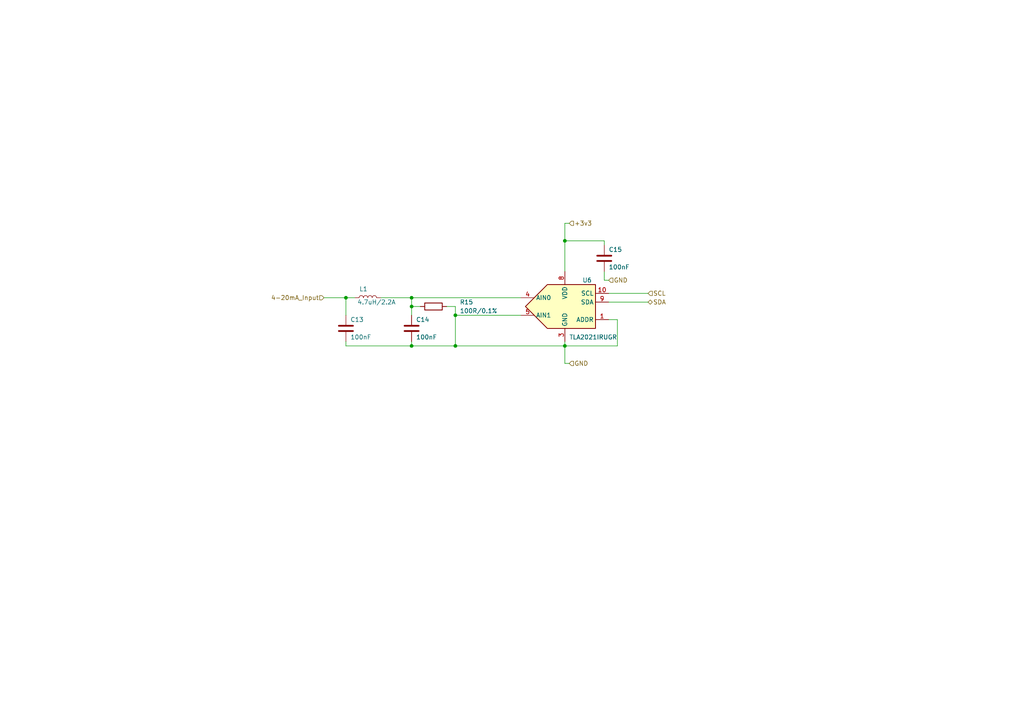
<source format=kicad_sch>
(kicad_sch (version 20250114) (generator "eeschema") (generator_version "9.0")
  (paper "A4")
  (lib_symbols
    (symbol "Device:C" (pin_numbers (hide yes)) (pin_names (offset 0.254))
      (property "Reference" "C" (at 0.635 2.54 0))
      (property "Value" "C" (at 0.635 -2.54 0))
      (symbol "C_0_1"
        (polyline (pts (xy -2.032 0.762) (xy 2.032 0.762)) (stroke (width 0.508)))
        (polyline (pts (xy -2.032 -0.762) (xy 2.032 -0.762)) (stroke (width 0.508)))
      )
      (symbol "C_1_1"
        (pin passive line (at 0 3.81 270) (length 2.794) (name "~") (number "1"))
        (pin passive line (at 0 -3.81 90) (length 2.794) (name "~") (number "2"))
      )
    )
    (symbol "Device:L" (pin_numbers (hide yes)) (pin_names (offset 1.016) (hide yes))
      (property "Reference" "L" (at -1.27 0 90))
      (property "Value" "L" (at 1.905 0 90))
      (symbol "L_0_1"
        (arc (start 0 2.54) (mid 0.6323 1.905) (end 0 1.27))
        (arc (start 0 1.27) (mid 0.6323 0.635) (end 0 0))
        (arc (start 0 0) (mid 0.6323 -0.635) (end 0 -1.27))
        (arc (start 0 -1.27) (mid 0.6323 -1.905) (end 0 -2.54))
      )
      (symbol "L_1_1"
        (pin passive line (at 0 3.81 270) (length 1.27) (name "1") (number "1"))
        (pin passive line (at 0 -3.81 90) (length 1.27) (name "2") (number "2"))
      )
    )
    (symbol "Device:R" (pin_numbers (hide yes)) (pin_names (offset 0))
      (property "Reference" "R" (at 2.032 0 90))
      (property "Value" "R" (at 0 0 90))
      (symbol "R_0_1"
        (rectangle (start -1.016 -2.54) (end 1.016 2.54) (stroke (width 0.254)))
      )
      (symbol "R_1_1"
        (pin passive line (at 0 3.81 270) (length 1.27) (name "~") (number "1"))
        (pin passive line (at 0 -3.81 90) (length 1.27) (name "~") (number "2"))
      )
    )
    (symbol "NyaCentralenheten:TLA202x"
      (property "Reference" "U" (at 3.81 7.62 0))
      (property "Value" "TLA2021IRUGR" (at 10.16 -8.89 0))
      (symbol "TLA202x_0_1"
        (polyline (pts (xy -5.08 6.35) (xy 8.89 6.35) (xy 8.89 0) (xy 8.89 -6.35) (xy -5.08 -6.35) (xy -11.43 0) (xy -5.08 6.35)) (stroke (width 0.254)) (fill (type background)))
      )
      (symbol "TLA202x_1_1"
        (pin passive line (at -12.7 2.54 0) (length 3.81) (name "AIN0") (number "4"))
        (pin passive line (at -12.7 -2.54 0) (length 3.81) (name "AIN1") (number "5"))
        (pin power_in line (at 0 10.16 270) (length 3.81) (name "VDD") (number "8"))
        (pin power_in line (at 0 -10.16 90) (length 3.81) (name "GND") (number "3"))
        (pin input line (at 12.7 3.81 180) (length 3.81) (name "SCL") (number "10"))
        (pin bidirectional line (at 12.7 1.27 180) (length 3.81) (name "SDA") (number "9"))
        (pin no_connect line (at 12.7 -1.27 180) (length 3.81) (hide yes) (name "") (number "2"))
        (pin no_connect line (at 12.7 -1.27 180) (length 3.81) (hide yes) (name "") (number "6"))
        (pin no_connect line (at 12.7 -1.27 180) (length 3.81) (hide yes) (name "") (number "7"))
        (pin input line (at 12.7 -3.81 180) (length 3.81) (name "ADDR") (number "1"))
      )
    )
  )
  (junction (at 119.38 88.9))
  (junction (at 119.38 86.36))
  (junction (at 119.38 100.33))
  (junction (at 163.83 69.85))
  (junction (at 132.08 100.33))
  (junction (at 132.08 91.44))
  (junction (at 163.83 100.33))
  (junction (at 100.33 86.36))
  (wire (pts (xy 100.33 86.36) (xy 100.33 91.44)))
  (wire (pts (xy 119.38 100.33) (xy 132.08 100.33)))
  (wire (pts (xy 179.07 100.33) (xy 163.83 100.33)))
  (wire (pts (xy 163.83 69.85) (xy 175.26 69.85)))
  (wire (pts (xy 163.83 100.33) (xy 163.83 105.41)))
  (wire (pts (xy 100.33 86.36) (xy 102.87 86.36)))
  (wire (pts (xy 132.08 91.44) (xy 132.08 100.33)))
  (wire (pts (xy 119.38 86.36) (xy 151.13 86.36)))
  (wire (pts (xy 163.83 64.77) (xy 163.83 69.85)))
  (wire (pts (xy 110.49 86.36) (xy 119.38 86.36)))
  (wire (pts (xy 176.53 87.63) (xy 187.96 87.63)))
  (wire (pts (xy 179.07 92.71) (xy 179.07 100.33)))
  (wire (pts (xy 119.38 88.9) (xy 119.38 91.44)))
  (wire (pts (xy 119.38 88.9) (xy 119.38 86.36)))
  (wire (pts (xy 129.54 88.9) (xy 132.08 88.9)))
  (wire (pts (xy 163.83 69.85) (xy 163.83 78.74)))
  (wire (pts (xy 165.1 105.41) (xy 163.83 105.41)))
  (wire (pts (xy 119.38 99.06) (xy 119.38 100.33)))
  (wire (pts (xy 176.53 81.28) (xy 175.26 81.28)))
  (wire (pts (xy 93.98 86.36) (xy 100.33 86.36)))
  (wire (pts (xy 176.53 85.09) (xy 187.96 85.09)))
  (wire (pts (xy 132.08 100.33) (xy 163.83 100.33)))
  (wire (pts (xy 165.1 64.77) (xy 163.83 64.77)))
  (wire (pts (xy 175.26 78.74) (xy 175.26 81.28)))
  (wire (pts (xy 132.08 91.44) (xy 151.13 91.44)))
  (wire (pts (xy 100.33 100.33) (xy 119.38 100.33)))
  (wire (pts (xy 176.53 92.71) (xy 179.07 92.71)))
  (wire (pts (xy 121.92 88.9) (xy 119.38 88.9)))
  (wire (pts (xy 100.33 99.06) (xy 100.33 100.33)))
  (wire (pts (xy 163.83 99.06) (xy 163.83 100.33)))
  (wire (pts (xy 132.08 88.9) (xy 132.08 91.44)))
  (wire (pts (xy 175.26 71.12) (xy 175.26 69.85)))
  (hierarchical_label "+3v3" (shape input) (at 165.1 64.77 0))
  (hierarchical_label "SDA" (shape bidirectional) (at 187.96 87.63 0))
  (hierarchical_label "4-20mA_Input" (shape input) (at 93.98 86.36 180))
  (hierarchical_label "GND" (shape input) (at 165.1 105.41 0))
  (hierarchical_label "GND" (shape input) (at 176.53 81.28 0))
  (hierarchical_label "SCL" (shape input) (at 187.96 85.09 0))
  (symbol (lib_id "Device:L") (at 106.68 86.36 90) (unit 1)
    (property "Reference" "L1" (at 105.41 83.82 90))
    (property "Value" "4.7uH/2.2A" (at 109.22 87.63 90))
    (property "Footprint" "Inductor_SMD:L_1210_3225Metric" (effects (hide yes)))
    (property "Datasheet" "https://www.bourns.com/docs/product-datasheets/srp3212.pdf" (effects (hide yes)))
    (property "MPN" "SRP3212-4R7M" (effects (hide yes)))
  )
  (symbol (lib_id "Device:C") (at 175.26 74.93 0) (unit 1)
    (property "Reference" "C15" (at 176.53 72.39 0) (effects (justify left)))
    (property "Value" "100nF" (at 176.53 77.47 0) (effects (justify left)))
    (property "Footprint" "Capacitor_SMD:C_0402_1005Metric" (effects (hide yes)))
    (property "Voltage" "50V" (effects (hide yes)))
    (instances (project "SensorConverter" (path "" (reference "C15") (unit 1))) (project "CMC-tron" (path "" (reference "C9") (unit 1))))
  )
  (symbol (lib_id "NyaCentralenheten:TLA202x") (at 163.83 88.9 0) (unit 1)
    (property "Reference" "U6" (at 168.91 81.28 0) (effects (justify left)))
    (property "Value" "TLA2021IRUGR" (at 165.1 97.79 0) (effects (justify left)))
    (property "Footprint" "Package_DFN_QFN:Texas_R-PUQFN-N10" (effects (hide yes)))
    (property "Datasheet" "https://www.ti.com/lit/ds/symlink/tla2021.pdf?HQS=dis-dk-null-digikeymode-dsf-pf-null-wwe&ts=1736785218265&ref_url=https%253A%252F%252Fwww.ti.com%252Fgeneral%252Fdocs%252Fsuppproductinfo.tsp%253FdistId%253D10%2526gotoUrl%253Dhttps%253A%252F%252Fwww.ti.com%252Flit%252Fgpn%252Ftla2021" (effects (hide yes)))
    (instances (project "SensorConverter" (path "" (reference "U6") (unit 1))) (project "CMC-tron" (path "" (reference "U3") (unit 1))))
  )
  (symbol (lib_id "Device:C") (at 119.38 95.25 0) (unit 1)
    (property "Reference" "C14" (at 120.65 92.71 0) (effects (justify left)))
    (property "Value" "100nF" (at 120.65 97.79 0) (effects (justify left)))
    (property "Footprint" "Capacitor_SMD:C_0402_1005Metric" (effects (hide yes)))
    (property "Voltage" "50V" (effects (hide yes)))
    (instances (project "SensorConverter" (path "" (reference "C14") (unit 1))) (project "CMC-tron" (path "" (reference "C8") (unit 1))))
  )
  (symbol (lib_id "Device:R") (at 125.73 88.9 270) (unit 1)
    (property "Reference" "R15" (at 133.35 87.63 90) (effects (justify left)))
    (property "Value" "100R/0.1%" (at 133.35 90.17 90) (effects (justify left)))
    (property "Footprint" "Resistor_SMD:R_0603_1608Metric" (effects (hide yes)))
    (instances (project "SensorConverter" (path "" (reference "R15") (unit 1))) (project "CMC-tron" (path "" (reference "R6") (unit 1))))
  )
  (symbol (lib_id "Device:C") (at 100.33 95.25 0) (unit 1)
    (property "Reference" "C13" (at 101.6 92.71 0) (effects (justify left)))
    (property "Value" "100nF" (at 101.6 97.79 0) (effects (justify left)))
    (property "Footprint" "Capacitor_SMD:C_0402_1005Metric" (effects (hide yes)))
    (property "Voltage" "50V" (effects (hide yes)))
    (instances (project "SensorConverter" (path "" (reference "C13") (unit 1))) (project "CMC-tron" (path "" (reference "C5") (unit 1))))
  )
)
</source>
